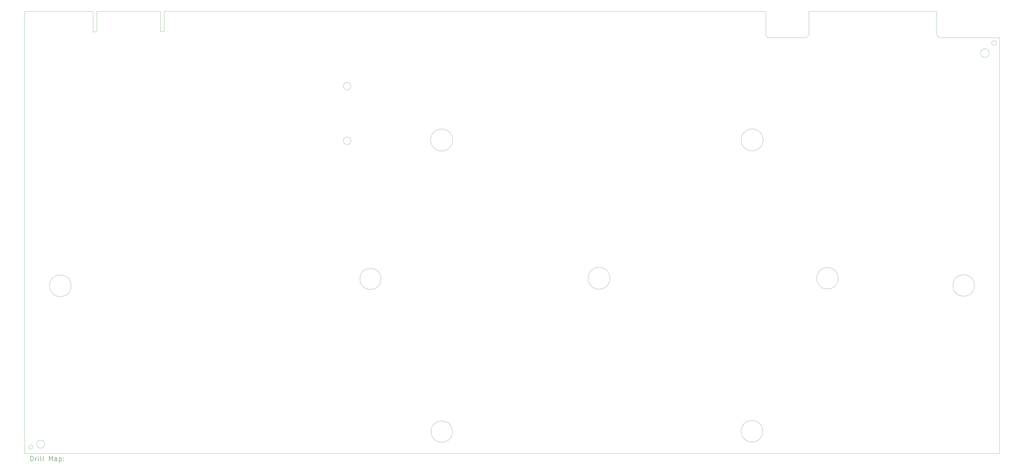
<source format=gbr>
%TF.GenerationSoftware,KiCad,Pcbnew,7.0.7*%
%TF.CreationDate,2023-12-29T15:53:39+00:00*%
%TF.ProjectId,TRS80IUS,54525338-3049-4555-932e-6b696361645f,rev?*%
%TF.SameCoordinates,Original*%
%TF.FileFunction,Drillmap*%
%TF.FilePolarity,Positive*%
%FSLAX45Y45*%
G04 Gerber Fmt 4.5, Leading zero omitted, Abs format (unit mm)*
G04 Created by KiCad (PCBNEW 7.0.7) date 2023-12-29 15:53:39*
%MOMM*%
%LPD*%
G01*
G04 APERTURE LIST*
%ADD10C,0.100000*%
%ADD11C,0.200000*%
G04 APERTURE END LIST*
D10*
X12620000Y-8360000D02*
X15272000Y-8360000D01*
X49252000Y-19826000D02*
G75*
G03*
X49252000Y-19826000I-447000J0D01*
G01*
X15272000Y-9199000D02*
X15427000Y-9199000D01*
X27463000Y-25935000D02*
G75*
G03*
X27463000Y-25935000I-444000J0D01*
G01*
X50178000Y-9687000D02*
G75*
G03*
X50178000Y-9687000I-101000J0D01*
G01*
X47676000Y-8359000D02*
X47676000Y-9348000D01*
X10439000Y-26461000D02*
G75*
G03*
X10439000Y-26461000I-167000J0D01*
G01*
X42229000Y-9462000D02*
X42339000Y-9352000D01*
X43570000Y-19524000D02*
G75*
G03*
X43570000Y-19524000I-448000J0D01*
G01*
X9958000Y-26576000D02*
G75*
G03*
X9958000Y-26576000I-88000J0D01*
G01*
X9601000Y-26843000D02*
X9601000Y-8360000D01*
X11549000Y-19837000D02*
G75*
G03*
X11549000Y-19837000I-452000J0D01*
G01*
X15427000Y-9199000D02*
X15427000Y-8360000D01*
X24482000Y-19550000D02*
G75*
G03*
X24482000Y-19550000I-439000J0D01*
G01*
X42339000Y-8359000D02*
X47676000Y-8359000D01*
X50304000Y-9460000D02*
X50304000Y-26843000D01*
X15427000Y-8360000D02*
X40545000Y-8360000D01*
X9601000Y-8360000D02*
X12466000Y-8360000D01*
X47788000Y-9460000D02*
X50304000Y-9460000D01*
X50304000Y-26843000D02*
X9601000Y-26843000D01*
X40545000Y-8360000D02*
X40545000Y-9363000D01*
X40644000Y-9462000D02*
X42229000Y-9462000D01*
X15272000Y-8360000D02*
X15272000Y-9199000D01*
X23228000Y-11489000D02*
G75*
G03*
X23228000Y-11489000I-158000J0D01*
G01*
X12620000Y-9217000D02*
X12466000Y-9217000D01*
X40545000Y-9363000D02*
X40644000Y-9462000D01*
X42339000Y-9352000D02*
X42339000Y-8359000D01*
X23229000Y-13772000D02*
G75*
G03*
X23229000Y-13772000I-158000J0D01*
G01*
X47676000Y-9348000D02*
X47788000Y-9460000D01*
X40437000Y-13738000D02*
G75*
G03*
X40437000Y-13738000I-461000J0D01*
G01*
X49872000Y-10109000D02*
G75*
G03*
X49872000Y-10109000I-179000J0D01*
G01*
X34046000Y-19523000D02*
G75*
G03*
X34046000Y-19523000I-461000J0D01*
G01*
X40417000Y-25920000D02*
G75*
G03*
X40417000Y-25920000I-449000J0D01*
G01*
X12620000Y-8360000D02*
X12620000Y-9217000D01*
X12466000Y-9217000D02*
X12466000Y-8360000D01*
X27478000Y-13744000D02*
G75*
G03*
X27478000Y-13744000I-461000J0D01*
G01*
D11*
X9856777Y-27159484D02*
X9856777Y-26959484D01*
X9856777Y-26959484D02*
X9904396Y-26959484D01*
X9904396Y-26959484D02*
X9932967Y-26969008D01*
X9932967Y-26969008D02*
X9952015Y-26988055D01*
X9952015Y-26988055D02*
X9961539Y-27007103D01*
X9961539Y-27007103D02*
X9971063Y-27045198D01*
X9971063Y-27045198D02*
X9971063Y-27073769D01*
X9971063Y-27073769D02*
X9961539Y-27111865D01*
X9961539Y-27111865D02*
X9952015Y-27130912D01*
X9952015Y-27130912D02*
X9932967Y-27149960D01*
X9932967Y-27149960D02*
X9904396Y-27159484D01*
X9904396Y-27159484D02*
X9856777Y-27159484D01*
X10056777Y-27159484D02*
X10056777Y-27026150D01*
X10056777Y-27064246D02*
X10066301Y-27045198D01*
X10066301Y-27045198D02*
X10075824Y-27035674D01*
X10075824Y-27035674D02*
X10094872Y-27026150D01*
X10094872Y-27026150D02*
X10113920Y-27026150D01*
X10180586Y-27159484D02*
X10180586Y-27026150D01*
X10180586Y-26959484D02*
X10171063Y-26969008D01*
X10171063Y-26969008D02*
X10180586Y-26978531D01*
X10180586Y-26978531D02*
X10190110Y-26969008D01*
X10190110Y-26969008D02*
X10180586Y-26959484D01*
X10180586Y-26959484D02*
X10180586Y-26978531D01*
X10304396Y-27159484D02*
X10285348Y-27149960D01*
X10285348Y-27149960D02*
X10275824Y-27130912D01*
X10275824Y-27130912D02*
X10275824Y-26959484D01*
X10409158Y-27159484D02*
X10390110Y-27149960D01*
X10390110Y-27149960D02*
X10380586Y-27130912D01*
X10380586Y-27130912D02*
X10380586Y-26959484D01*
X10637729Y-27159484D02*
X10637729Y-26959484D01*
X10637729Y-26959484D02*
X10704396Y-27102341D01*
X10704396Y-27102341D02*
X10771063Y-26959484D01*
X10771063Y-26959484D02*
X10771063Y-27159484D01*
X10952015Y-27159484D02*
X10952015Y-27054722D01*
X10952015Y-27054722D02*
X10942491Y-27035674D01*
X10942491Y-27035674D02*
X10923444Y-27026150D01*
X10923444Y-27026150D02*
X10885348Y-27026150D01*
X10885348Y-27026150D02*
X10866301Y-27035674D01*
X10952015Y-27149960D02*
X10932967Y-27159484D01*
X10932967Y-27159484D02*
X10885348Y-27159484D01*
X10885348Y-27159484D02*
X10866301Y-27149960D01*
X10866301Y-27149960D02*
X10856777Y-27130912D01*
X10856777Y-27130912D02*
X10856777Y-27111865D01*
X10856777Y-27111865D02*
X10866301Y-27092817D01*
X10866301Y-27092817D02*
X10885348Y-27083293D01*
X10885348Y-27083293D02*
X10932967Y-27083293D01*
X10932967Y-27083293D02*
X10952015Y-27073769D01*
X11047253Y-27026150D02*
X11047253Y-27226150D01*
X11047253Y-27035674D02*
X11066301Y-27026150D01*
X11066301Y-27026150D02*
X11104396Y-27026150D01*
X11104396Y-27026150D02*
X11123444Y-27035674D01*
X11123444Y-27035674D02*
X11132967Y-27045198D01*
X11132967Y-27045198D02*
X11142491Y-27064246D01*
X11142491Y-27064246D02*
X11142491Y-27121388D01*
X11142491Y-27121388D02*
X11132967Y-27140436D01*
X11132967Y-27140436D02*
X11123444Y-27149960D01*
X11123444Y-27149960D02*
X11104396Y-27159484D01*
X11104396Y-27159484D02*
X11066301Y-27159484D01*
X11066301Y-27159484D02*
X11047253Y-27149960D01*
X11228205Y-27140436D02*
X11237729Y-27149960D01*
X11237729Y-27149960D02*
X11228205Y-27159484D01*
X11228205Y-27159484D02*
X11218682Y-27149960D01*
X11218682Y-27149960D02*
X11228205Y-27140436D01*
X11228205Y-27140436D02*
X11228205Y-27159484D01*
X11228205Y-27035674D02*
X11237729Y-27045198D01*
X11237729Y-27045198D02*
X11228205Y-27054722D01*
X11228205Y-27054722D02*
X11218682Y-27045198D01*
X11218682Y-27045198D02*
X11228205Y-27035674D01*
X11228205Y-27035674D02*
X11228205Y-27054722D01*
M02*

</source>
